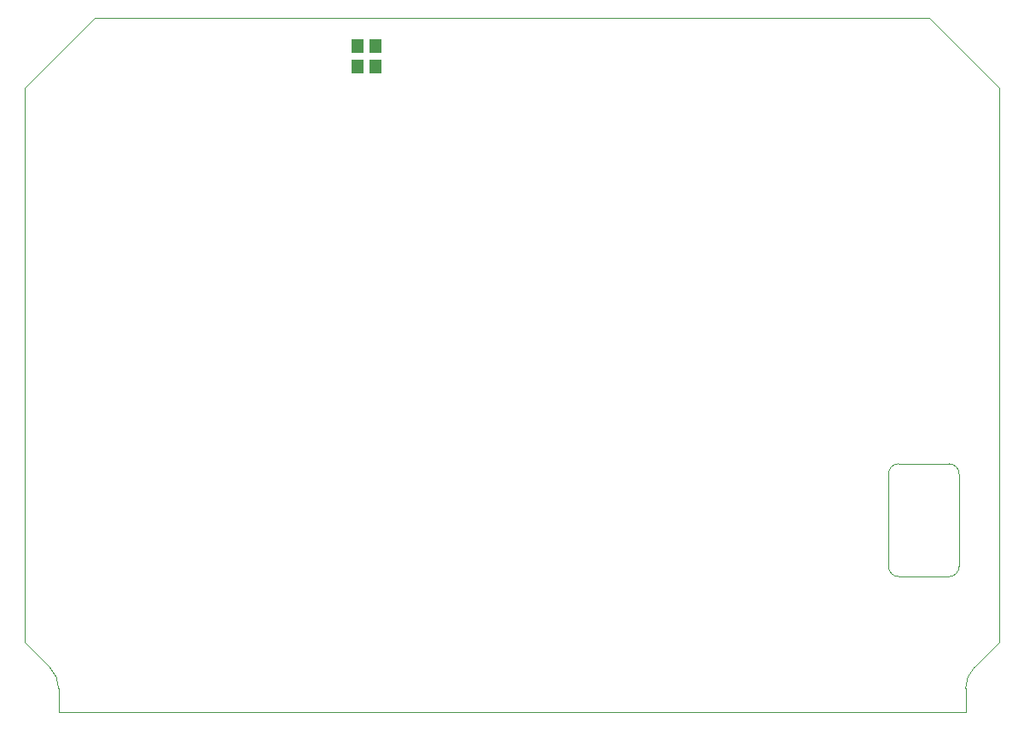
<source format=gtp>
G04*
G04 #@! TF.GenerationSoftware,Altium Limited,Altium Designer,22.7.1 (60)*
G04*
G04 Layer_Color=8421504*
%FSLAX44Y44*%
%MOMM*%
G71*
G04*
G04 #@! TF.SameCoordinates,F0A3B908-A9A0-482C-9906-E7527CCB9396*
G04*
G04*
G04 #@! TF.FilePolarity,Positive*
G04*
G01*
G75*
%ADD14C,0.0254*%
%ADD15R,1.1500X1.3500*%
D14*
X857746Y200438D02*
G03*
X867746Y190438I10000J0D01*
G01*
X917746Y190438D02*
G03*
X927746Y200438I0J10000D01*
G01*
X927746Y292438D02*
G03*
X917746Y302438I-10000J0D01*
G01*
X867746D02*
G03*
X857746Y292438I0J-10000D01*
G01*
X943030Y100544D02*
G03*
X934243Y79331I21213J-21213D01*
G01*
X34243D02*
G03*
X25456Y100544I-30000J0D01*
G01*
X867746Y190438D02*
X917746D01*
X927746Y200438D02*
X927746Y292438D01*
X867746Y302438D02*
X917746D01*
X857746Y200438D02*
Y292438D01*
X34243Y79331D02*
X34243Y55500D01*
X934243D01*
X934243Y79331D01*
X943030Y100544D02*
X967986Y125500D01*
Y675500D01*
X897986Y745500D02*
X967986Y675500D01*
X70500Y745500D02*
X897986D01*
X500Y675500D02*
X70500Y745500D01*
X500Y125500D02*
Y675500D01*
Y125500D02*
X25456Y100544D01*
D15*
X348749Y717418D02*
D03*
X331249D02*
D03*
X348749Y696773D02*
D03*
X331249D02*
D03*
M02*

</source>
